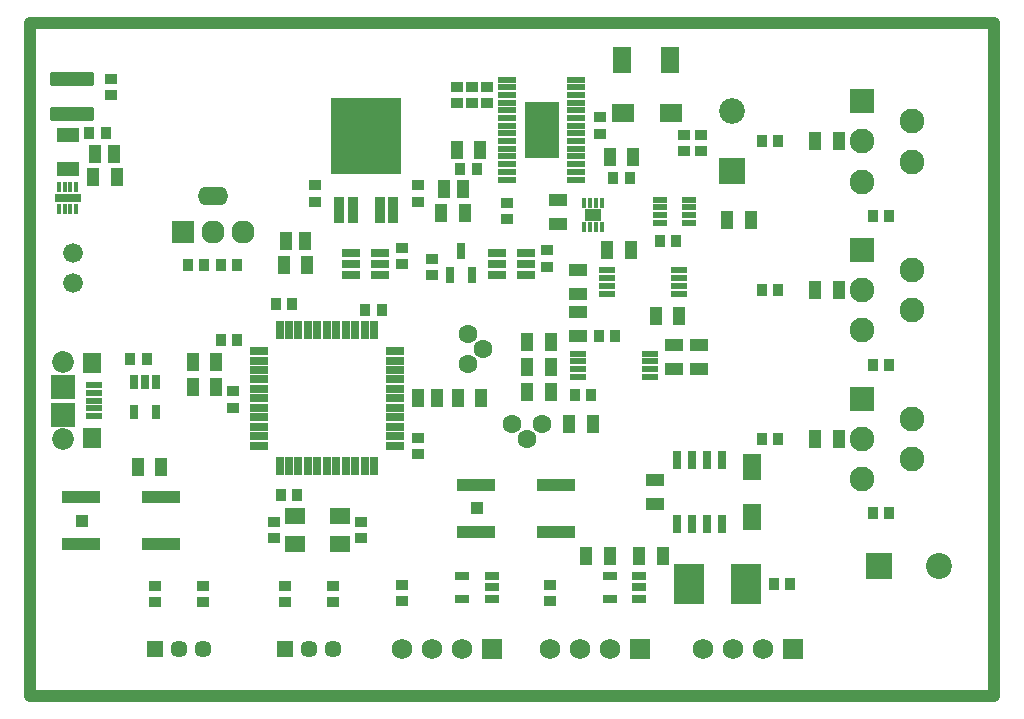
<source format=gts>
G04*
G04 #@! TF.GenerationSoftware,Altium Limited,Altium Designer,23.11.1 (41)*
G04*
G04 Layer_Color=8388736*
%FSAX44Y44*%
%MOMM*%
G71*
G04*
G04 #@! TF.SameCoordinates,9D00B8A6-494E-4DAA-AF83-715044521DEC*
G04*
G04*
G04 #@! TF.FilePolarity,Negative*
G04*
G01*
G75*
%ADD23R,1.8923X1.4986*%
%ADD53C,1.0000*%
%ADD54R,1.2500X0.7000*%
%ADD55R,2.5000X3.5000*%
%ADD56R,0.9100X1.0900*%
%ADD57R,1.0900X0.9100*%
%ADD58R,1.6200X2.2800*%
%ADD59R,1.0500X1.5500*%
%ADD60R,1.3000X0.5500*%
%ADD61R,1.5000X1.7000*%
%ADD62R,2.0000X2.0000*%
%ADD63R,3.3000X1.1000*%
%ADD64R,1.5500X0.5500*%
%ADD65R,0.4000X0.8500*%
%ADD66R,1.5500X1.0500*%
%ADD67R,1.6000X0.7000*%
%ADD68R,1.1200X1.5700*%
%ADD69R,1.4500X0.5500*%
%ADD70R,0.7500X1.6250*%
%ADD71R,1.1000X1.1000*%
%ADD72R,1.4000X1.0000*%
%ADD73R,0.7000X1.2500*%
%ADD74R,1.9000X1.2700*%
%ADD75R,2.8400X4.8500*%
%ADD76R,0.7000X1.6000*%
%ADD77R,2.3000X0.7100*%
%ADD78R,0.4000X0.9500*%
%ADD79R,1.7000X1.4000*%
%ADD80R,1.5000X0.7000*%
%ADD81R,0.7000X1.3500*%
%ADD82R,1.6000X2.2000*%
%ADD83R,1.4500X0.5000*%
%ADD84R,0.9000X2.3000*%
%ADD85R,5.9000X6.5000*%
G04:AMPARAMS|DCode=86|XSize=1.2mm|YSize=3.8mm|CornerRadius=0.1325mm|HoleSize=0mm|Usage=FLASHONLY|Rotation=90.000|XOffset=0mm|YOffset=0mm|HoleType=Round|Shape=RoundedRectangle|*
%AMROUNDEDRECTD86*
21,1,1.2000,3.5350,0,0,90.0*
21,1,0.9350,3.8000,0,0,90.0*
1,1,0.2650,1.7675,0.4675*
1,1,0.2650,1.7675,-0.4675*
1,1,0.2650,-1.7675,-0.4675*
1,1,0.2650,-1.7675,0.4675*
%
%ADD86ROUNDEDRECTD86*%
%ADD87O,2.6000X1.6000*%
%ADD88R,1.9600X1.9600*%
%ADD89C,1.9600*%
%ADD90C,2.0950*%
%ADD91R,2.0950X2.0950*%
%ADD92C,1.8500*%
%ADD93C,1.6750*%
%ADD94C,1.6000*%
%ADD95R,1.7500X1.7500*%
%ADD96C,1.7500*%
%ADD97C,1.4500*%
%ADD98R,1.4500X1.4500*%
%ADD99C,2.1850*%
%ADD100R,2.1850X2.1850*%
%ADD101C,2.2000*%
%ADD102R,2.2000X2.2000*%
D23*
X00542510Y00493500D02*
D03*
X00501489D02*
D03*
D53*
X00000000Y00000000D02*
Y00570000D01*
X00816000D01*
Y00000000D02*
Y00570000D01*
X00000000Y00000000D02*
X00816000D01*
D54*
X00515500Y00082500D02*
D03*
Y00092000D02*
D03*
Y00101500D02*
D03*
X00490500D02*
D03*
Y00082500D02*
D03*
X00390500D02*
D03*
Y00092000D02*
D03*
Y00101500D02*
D03*
X00365500D02*
D03*
Y00082500D02*
D03*
D55*
X00606000Y00095000D02*
D03*
X00558000D02*
D03*
D56*
X00507400Y00438500D02*
D03*
X00493600D02*
D03*
X00377900Y00446000D02*
D03*
X00364100D02*
D03*
X00546900Y00385500D02*
D03*
X00533100Y00385500D02*
D03*
X00050100Y00476500D02*
D03*
X00063900D02*
D03*
X00098400Y00285000D02*
D03*
X00084600D02*
D03*
X00297400Y00327000D02*
D03*
X00283600D02*
D03*
X00174900Y00301000D02*
D03*
X00161100D02*
D03*
X00147400Y00365000D02*
D03*
X00133600D02*
D03*
X00161600D02*
D03*
X00175400D02*
D03*
X00221900Y00332000D02*
D03*
X00208100D02*
D03*
X00225900Y00170500D02*
D03*
X00212100D02*
D03*
X00619600Y00343500D02*
D03*
X00633400D02*
D03*
Y00469500D02*
D03*
X00619600D02*
D03*
X00461100Y00254500D02*
D03*
X00474900D02*
D03*
X00727400Y00406500D02*
D03*
X00713600D02*
D03*
X00481600Y00305000D02*
D03*
X00495400D02*
D03*
X00633400Y00217500D02*
D03*
X00619600D02*
D03*
X00713600Y00154500D02*
D03*
X00727400D02*
D03*
X00643400Y00095000D02*
D03*
X00629600D02*
D03*
X00713600Y00280500D02*
D03*
X00727400D02*
D03*
D57*
X00482500Y00476100D02*
D03*
Y00489900D02*
D03*
X00404000Y00403600D02*
D03*
Y00417400D02*
D03*
X00553500Y00474900D02*
D03*
Y00461100D02*
D03*
X00568000D02*
D03*
Y00474900D02*
D03*
X00068500Y00508600D02*
D03*
Y00522400D02*
D03*
X00328000Y00204600D02*
D03*
Y00218400D02*
D03*
X00241000Y00432400D02*
D03*
Y00418600D02*
D03*
X00171500Y00244100D02*
D03*
Y00257900D02*
D03*
X00374000Y00502100D02*
D03*
Y00515900D02*
D03*
X00328500Y00418600D02*
D03*
Y00432400D02*
D03*
X00440000Y00093900D02*
D03*
Y00080100D02*
D03*
X00361000Y00502100D02*
D03*
Y00515900D02*
D03*
X00387000Y00502100D02*
D03*
Y00515900D02*
D03*
X00315000Y00080100D02*
D03*
Y00093900D02*
D03*
Y00365600D02*
D03*
Y00379400D02*
D03*
X00106000Y00079600D02*
D03*
Y00093400D02*
D03*
X00146000D02*
D03*
Y00079600D02*
D03*
X00280000Y00133600D02*
D03*
Y00147400D02*
D03*
X00206000Y00133600D02*
D03*
Y00147400D02*
D03*
X00340000Y00369900D02*
D03*
Y00356100D02*
D03*
X00437500Y00377400D02*
D03*
Y00363600D02*
D03*
X00216000Y00093400D02*
D03*
Y00079600D02*
D03*
X00256000D02*
D03*
Y00093400D02*
D03*
D58*
X00541850Y00538500D02*
D03*
X00501150D02*
D03*
D59*
X00590000Y00403000D02*
D03*
X00610000D02*
D03*
X00053000Y00439500D02*
D03*
X00361000Y00462500D02*
D03*
X00381000D02*
D03*
X00510500Y00456500D02*
D03*
X00490500D02*
D03*
X00488500Y00378000D02*
D03*
X00073000Y00439500D02*
D03*
X00535500Y00118500D02*
D03*
X00515500D02*
D03*
X00470500D02*
D03*
X00490500D02*
D03*
X00137500Y00282500D02*
D03*
X00157500D02*
D03*
X00137500Y00261500D02*
D03*
X00157500D02*
D03*
X00111000Y00193500D02*
D03*
X00091000D02*
D03*
X00362000Y00252000D02*
D03*
X00382000D02*
D03*
X00529500Y00322000D02*
D03*
X00549500D02*
D03*
X00508500Y00378000D02*
D03*
X00684500Y00343500D02*
D03*
X00664500D02*
D03*
X00684500Y00469500D02*
D03*
X00664500D02*
D03*
X00684500Y00217500D02*
D03*
X00664500D02*
D03*
X00456000Y00230500D02*
D03*
X00476000D02*
D03*
X00420500Y00299500D02*
D03*
X00440500D02*
D03*
X00420500Y00257500D02*
D03*
X00440500D02*
D03*
X00420500Y00278500D02*
D03*
X00440500D02*
D03*
X00234500Y00364500D02*
D03*
X00214500Y00364500D02*
D03*
X00368000Y00408500D02*
D03*
X00348000D02*
D03*
D60*
X00533000Y00420250D02*
D03*
Y00413750D02*
D03*
Y00407250D02*
D03*
Y00400750D02*
D03*
X00558000Y00400750D02*
D03*
Y00407250D02*
D03*
Y00413750D02*
D03*
Y00420250D02*
D03*
D61*
X00052000Y00282000D02*
D03*
Y00218000D02*
D03*
D62*
X00027500Y00262000D02*
D03*
Y00238000D02*
D03*
D63*
X00377500Y00139000D02*
D03*
X00445500D02*
D03*
X00377500Y00179000D02*
D03*
X00445500D02*
D03*
X00043000Y00128500D02*
D03*
X00111000D02*
D03*
X00043000Y00168500D02*
D03*
X00111000D02*
D03*
D64*
X00462250Y00463250D02*
D03*
Y00456750D02*
D03*
Y00450250D02*
D03*
X00403750Y00476250D02*
D03*
Y00450250D02*
D03*
X00462250Y00437250D02*
D03*
X00403750Y00463250D02*
D03*
X00462250Y00482750D02*
D03*
Y00489250D02*
D03*
Y00495750D02*
D03*
Y00502250D02*
D03*
Y00508750D02*
D03*
Y00515250D02*
D03*
Y00521750D02*
D03*
Y00476250D02*
D03*
X00403750Y00443750D02*
D03*
Y00437250D02*
D03*
X00462250Y00469750D02*
D03*
X00403750Y00521750D02*
D03*
Y00515250D02*
D03*
Y00508750D02*
D03*
Y00502250D02*
D03*
Y00495750D02*
D03*
Y00489250D02*
D03*
Y00482750D02*
D03*
Y00469750D02*
D03*
Y00456750D02*
D03*
X00462250Y00443750D02*
D03*
D65*
X00484000Y00417000D02*
D03*
Y00397000D02*
D03*
X00479000D02*
D03*
X00474000D02*
D03*
X00469000D02*
D03*
Y00417000D02*
D03*
X00474000D02*
D03*
X00479000D02*
D03*
D66*
X00446500Y00400000D02*
D03*
Y00420000D02*
D03*
X00528500Y00182500D02*
D03*
Y00162500D02*
D03*
X00464000Y00340500D02*
D03*
Y00360500D02*
D03*
X00545000Y00277000D02*
D03*
Y00297000D02*
D03*
X00566500Y00297000D02*
D03*
Y00277000D02*
D03*
X00464000Y00305000D02*
D03*
Y00325000D02*
D03*
D67*
X00308500Y00252000D02*
D03*
X00193500Y00292000D02*
D03*
Y00284000D02*
D03*
Y00276000D02*
D03*
Y00268000D02*
D03*
Y00260000D02*
D03*
Y00252000D02*
D03*
Y00244000D02*
D03*
Y00236000D02*
D03*
Y00228000D02*
D03*
Y00220000D02*
D03*
Y00212000D02*
D03*
X00308500D02*
D03*
Y00220000D02*
D03*
Y00228000D02*
D03*
Y00236000D02*
D03*
Y00244000D02*
D03*
Y00260000D02*
D03*
Y00268000D02*
D03*
Y00276000D02*
D03*
Y00284000D02*
D03*
Y00292000D02*
D03*
D68*
X00328400Y00252000D02*
D03*
X00344600D02*
D03*
X00216400Y00385000D02*
D03*
X00232600Y00385000D02*
D03*
X00054900Y00459000D02*
D03*
X00071100D02*
D03*
X00349900Y00429000D02*
D03*
X00366100D02*
D03*
D69*
X00488500Y00360250D02*
D03*
X00549500Y00340750D02*
D03*
X00549500Y00347250D02*
D03*
Y00353750D02*
D03*
X00549500Y00360250D02*
D03*
X00488500Y00353750D02*
D03*
Y00347250D02*
D03*
Y00340750D02*
D03*
X00525000Y00270250D02*
D03*
Y00276750D02*
D03*
Y00283250D02*
D03*
Y00289750D02*
D03*
X00464000D02*
D03*
Y00283250D02*
D03*
Y00276750D02*
D03*
Y00270250D02*
D03*
D70*
X00586050Y00199620D02*
D03*
X00547950Y00199620D02*
D03*
X00560650Y00199620D02*
D03*
X00573350D02*
D03*
X00586050Y00145380D02*
D03*
X00573350D02*
D03*
X00560650D02*
D03*
X00547950Y00145380D02*
D03*
D71*
X00378500Y00159000D02*
D03*
X00044000Y00148500D02*
D03*
D72*
X00476500Y00407000D02*
D03*
D73*
X00106500Y00240500D02*
D03*
X00087500D02*
D03*
Y00265500D02*
D03*
X00097000D02*
D03*
X00106500D02*
D03*
D74*
X00031500Y00445800D02*
D03*
Y00475200D02*
D03*
D75*
X00433000Y00479500D02*
D03*
D76*
X00211000Y00194500D02*
D03*
X00219000D02*
D03*
X00227000D02*
D03*
X00235000D02*
D03*
X00243000D02*
D03*
X00251000D02*
D03*
X00259000D02*
D03*
X00267000D02*
D03*
X00275000D02*
D03*
X00283000D02*
D03*
X00291000D02*
D03*
Y00309500D02*
D03*
X00283000D02*
D03*
X00275000D02*
D03*
X00267000D02*
D03*
X00259000D02*
D03*
X00251000D02*
D03*
X00243000D02*
D03*
X00235000D02*
D03*
X00227000D02*
D03*
X00219000D02*
D03*
X00211000D02*
D03*
D77*
X00031500Y00421500D02*
D03*
D78*
X00024000Y00431000D02*
D03*
X00029000D02*
D03*
X00034000D02*
D03*
X00039000D02*
D03*
Y00412000D02*
D03*
X00034000D02*
D03*
X00029000D02*
D03*
X00024000D02*
D03*
D79*
X00262000Y00152000D02*
D03*
X00224000D02*
D03*
Y00129000D02*
D03*
X00262000D02*
D03*
D80*
X00296500Y00356000D02*
D03*
X00296500Y00365500D02*
D03*
X00296500Y00375000D02*
D03*
X00271500D02*
D03*
X00271500Y00365500D02*
D03*
X00271500Y00356000D02*
D03*
X00420000D02*
D03*
X00420000Y00365500D02*
D03*
X00420000Y00375000D02*
D03*
X00395000D02*
D03*
X00395000Y00365500D02*
D03*
X00395000Y00356000D02*
D03*
D81*
X00355000D02*
D03*
X00374000D02*
D03*
X00364500Y00377000D02*
D03*
D82*
X00611000Y00193500D02*
D03*
Y00151500D02*
D03*
D83*
X00054250Y00263000D02*
D03*
Y00256500D02*
D03*
Y00250000D02*
D03*
Y00243500D02*
D03*
Y00237000D02*
D03*
D84*
X00307300Y00411500D02*
D03*
X00295900D02*
D03*
X00273100D02*
D03*
X00261700D02*
D03*
D85*
X00284500Y00474500D02*
D03*
D86*
X00035500Y00492500D02*
D03*
X00035500Y00522500D02*
D03*
D87*
X00154500Y00423500D02*
D03*
D88*
X00129100Y00393000D02*
D03*
D89*
X00154500D02*
D03*
X00179900D02*
D03*
D90*
X00746455Y00326500D02*
D03*
Y00360500D02*
D03*
X00704545Y00309500D02*
D03*
Y00343500D02*
D03*
X00704495Y00469500D02*
D03*
Y00435500D02*
D03*
X00746405Y00486500D02*
D03*
Y00452500D02*
D03*
X00746455Y00200500D02*
D03*
Y00234500D02*
D03*
X00704545Y00183500D02*
D03*
Y00217500D02*
D03*
D91*
Y00377500D02*
D03*
X00704495Y00503500D02*
D03*
X00704545Y00251500D02*
D03*
D92*
X00027500Y00282550D02*
D03*
Y00217450D02*
D03*
D93*
X00036000Y00350000D02*
D03*
Y00375000D02*
D03*
D94*
X00407800Y00230500D02*
D03*
X00420500Y00217500D02*
D03*
X00433200Y00230500D02*
D03*
X00370500Y00280800D02*
D03*
X00383500Y00293500D02*
D03*
X00370500Y00306200D02*
D03*
D95*
X00516000Y00040000D02*
D03*
X00646000D02*
D03*
X00391000D02*
D03*
D96*
X00490600D02*
D03*
X00465200D02*
D03*
X00439800D02*
D03*
X00620600D02*
D03*
X00595200D02*
D03*
X00569800D02*
D03*
X00365600D02*
D03*
X00340200D02*
D03*
X00314800D02*
D03*
D97*
X00146000D02*
D03*
X00126000D02*
D03*
X00256000D02*
D03*
X00236000D02*
D03*
D98*
X00106000D02*
D03*
X00216000D02*
D03*
D99*
X00594500Y00494900D02*
D03*
D100*
Y00444100D02*
D03*
D101*
X00769191Y00110000D02*
D03*
D102*
X00718391D02*
D03*
M02*

</source>
